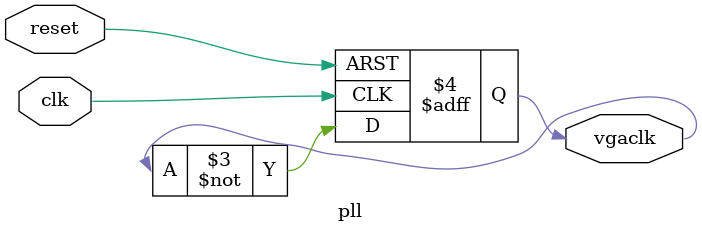
<source format=sv>
module pll(
	input logic clk,
	input logic reset, 
	output logic vgaclk
);
		
	always @(posedge clk or negedge reset) begin
		if (reset == 1'b0) begin
			vgaclk <= 0;
		end 
		else begin
			vgaclk <= ~vgaclk;
		end
	end
	
endmodule 
</source>
